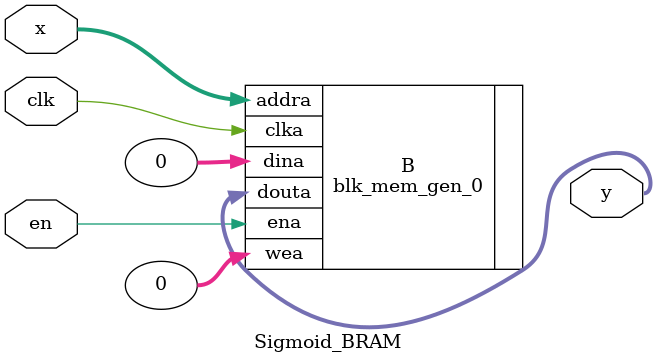
<source format=v>
`timescale 1ns / 1ps


module Sigmoid_BRAM(clk,y,x,en

    );
    input [7:0]x;
    input clk,en;
    output [7:0]y;
    
    blk_mem_gen_0 B(.addra(x),.clka(clk),.dina(0),.douta(y),.ena(en),.wea(0));
endmodule

</source>
